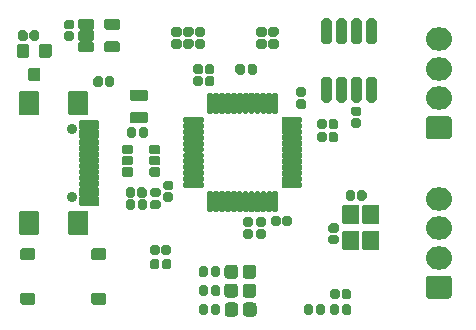
<source format=gts>
%TF.GenerationSoftware,KiCad,Pcbnew,5.1.9*%
%TF.CreationDate,2021-03-09T21:57:36+01:00*%
%TF.ProjectId,can-usb-dongle,63616e2d-7573-4622-9d64-6f6e676c652e,rev?*%
%TF.SameCoordinates,Original*%
%TF.FileFunction,Soldermask,Top*%
%TF.FilePolarity,Negative*%
%FSLAX46Y46*%
G04 Gerber Fmt 4.6, Leading zero omitted, Abs format (unit mm)*
G04 Created by KiCad (PCBNEW 5.1.9) date 2021-03-09 21:57:36*
%MOMM*%
%LPD*%
G01*
G04 APERTURE LIST*
%ADD10C,0.910000*%
%ADD11O,2.210000X1.960000*%
%ADD12C,0.100000*%
G04 APERTURE END LIST*
%TO.C,J3*%
G36*
G01*
X50765000Y-43900000D02*
X52215000Y-43900000D01*
G75*
G02*
X52345000Y-44030000I0J-130000D01*
G01*
X52345000Y-45830000D01*
G75*
G02*
X52215000Y-45960000I-130000J0D01*
G01*
X50765000Y-45960000D01*
G75*
G02*
X50635000Y-45830000I0J130000D01*
G01*
X50635000Y-44030000D01*
G75*
G02*
X50765000Y-43900000I130000J0D01*
G01*
G37*
G36*
G01*
X50765000Y-54040000D02*
X52215000Y-54040000D01*
G75*
G02*
X52345000Y-54170000I0J-130000D01*
G01*
X52345000Y-55970000D01*
G75*
G02*
X52215000Y-56100000I-130000J0D01*
G01*
X50765000Y-56100000D01*
G75*
G02*
X50635000Y-55970000I0J130000D01*
G01*
X50635000Y-54170000D01*
G75*
G02*
X50765000Y-54040000I130000J0D01*
G01*
G37*
G36*
G01*
X46585000Y-43900000D02*
X48035000Y-43900000D01*
G75*
G02*
X48165000Y-44030000I0J-130000D01*
G01*
X48165000Y-45830000D01*
G75*
G02*
X48035000Y-45960000I-130000J0D01*
G01*
X46585000Y-45960000D01*
G75*
G02*
X46455000Y-45830000I0J130000D01*
G01*
X46455000Y-44030000D01*
G75*
G02*
X46585000Y-43900000I130000J0D01*
G01*
G37*
G36*
G01*
X46585000Y-54040000D02*
X48035000Y-54040000D01*
G75*
G02*
X48165000Y-54170000I0J-130000D01*
G01*
X48165000Y-55970000D01*
G75*
G02*
X48035000Y-56100000I-130000J0D01*
G01*
X46585000Y-56100000D01*
G75*
G02*
X46455000Y-55970000I0J130000D01*
G01*
X46455000Y-54170000D01*
G75*
G02*
X46585000Y-54040000I130000J0D01*
G01*
G37*
G36*
G01*
X51674999Y-46345000D02*
X53125001Y-46345000D01*
G75*
G02*
X53255000Y-46474999I0J-129999D01*
G01*
X53255000Y-47075001D01*
G75*
G02*
X53125001Y-47205000I-129999J0D01*
G01*
X51674999Y-47205000D01*
G75*
G02*
X51545000Y-47075001I0J129999D01*
G01*
X51545000Y-46474999D01*
G75*
G02*
X51674999Y-46345000I129999J0D01*
G01*
G37*
G36*
G01*
X51674999Y-47120000D02*
X53125001Y-47120000D01*
G75*
G02*
X53255000Y-47249999I0J-129999D01*
G01*
X53255000Y-47850001D01*
G75*
G02*
X53125001Y-47980000I-129999J0D01*
G01*
X51674999Y-47980000D01*
G75*
G02*
X51545000Y-47850001I0J129999D01*
G01*
X51545000Y-47249999D01*
G75*
G02*
X51674999Y-47120000I129999J0D01*
G01*
G37*
G36*
G01*
X51674999Y-52795000D02*
X53125001Y-52795000D01*
G75*
G02*
X53255000Y-52924999I0J-129999D01*
G01*
X53255000Y-53525001D01*
G75*
G02*
X53125001Y-53655000I-129999J0D01*
G01*
X51674999Y-53655000D01*
G75*
G02*
X51545000Y-53525001I0J129999D01*
G01*
X51545000Y-52924999D01*
G75*
G02*
X51674999Y-52795000I129999J0D01*
G01*
G37*
G36*
G01*
X51674999Y-52020000D02*
X53125001Y-52020000D01*
G75*
G02*
X53255000Y-52149999I0J-129999D01*
G01*
X53255000Y-52750001D01*
G75*
G02*
X53125001Y-52880000I-129999J0D01*
G01*
X51674999Y-52880000D01*
G75*
G02*
X51545000Y-52750001I0J129999D01*
G01*
X51545000Y-52149999D01*
G75*
G02*
X51674999Y-52020000I129999J0D01*
G01*
G37*
G36*
G01*
X51675000Y-47970000D02*
X53125000Y-47970000D01*
G75*
G02*
X53255000Y-48100000I0J-130000D01*
G01*
X53255000Y-48400000D01*
G75*
G02*
X53125000Y-48530000I-130000J0D01*
G01*
X51675000Y-48530000D01*
G75*
G02*
X51545000Y-48400000I0J130000D01*
G01*
X51545000Y-48100000D01*
G75*
G02*
X51675000Y-47970000I130000J0D01*
G01*
G37*
G36*
G01*
X51675000Y-48470000D02*
X53125000Y-48470000D01*
G75*
G02*
X53255000Y-48600000I0J-130000D01*
G01*
X53255000Y-48900000D01*
G75*
G02*
X53125000Y-49030000I-130000J0D01*
G01*
X51675000Y-49030000D01*
G75*
G02*
X51545000Y-48900000I0J130000D01*
G01*
X51545000Y-48600000D01*
G75*
G02*
X51675000Y-48470000I130000J0D01*
G01*
G37*
G36*
G01*
X51675000Y-48970000D02*
X53125000Y-48970000D01*
G75*
G02*
X53255000Y-49100000I0J-130000D01*
G01*
X53255000Y-49400000D01*
G75*
G02*
X53125000Y-49530000I-130000J0D01*
G01*
X51675000Y-49530000D01*
G75*
G02*
X51545000Y-49400000I0J130000D01*
G01*
X51545000Y-49100000D01*
G75*
G02*
X51675000Y-48970000I130000J0D01*
G01*
G37*
G36*
G01*
X51675000Y-49470000D02*
X53125000Y-49470000D01*
G75*
G02*
X53255000Y-49600000I0J-130000D01*
G01*
X53255000Y-49900000D01*
G75*
G02*
X53125000Y-50030000I-130000J0D01*
G01*
X51675000Y-50030000D01*
G75*
G02*
X51545000Y-49900000I0J130000D01*
G01*
X51545000Y-49600000D01*
G75*
G02*
X51675000Y-49470000I130000J0D01*
G01*
G37*
G36*
G01*
X51675000Y-49970000D02*
X53125000Y-49970000D01*
G75*
G02*
X53255000Y-50100000I0J-130000D01*
G01*
X53255000Y-50400000D01*
G75*
G02*
X53125000Y-50530000I-130000J0D01*
G01*
X51675000Y-50530000D01*
G75*
G02*
X51545000Y-50400000I0J130000D01*
G01*
X51545000Y-50100000D01*
G75*
G02*
X51675000Y-49970000I130000J0D01*
G01*
G37*
G36*
G01*
X51675000Y-50470000D02*
X53125000Y-50470000D01*
G75*
G02*
X53255000Y-50600000I0J-130000D01*
G01*
X53255000Y-50900000D01*
G75*
G02*
X53125000Y-51030000I-130000J0D01*
G01*
X51675000Y-51030000D01*
G75*
G02*
X51545000Y-50900000I0J130000D01*
G01*
X51545000Y-50600000D01*
G75*
G02*
X51675000Y-50470000I130000J0D01*
G01*
G37*
G36*
G01*
X51675000Y-50970000D02*
X53125000Y-50970000D01*
G75*
G02*
X53255000Y-51100000I0J-130000D01*
G01*
X53255000Y-51400000D01*
G75*
G02*
X53125000Y-51530000I-130000J0D01*
G01*
X51675000Y-51530000D01*
G75*
G02*
X51545000Y-51400000I0J130000D01*
G01*
X51545000Y-51100000D01*
G75*
G02*
X51675000Y-50970000I130000J0D01*
G01*
G37*
G36*
G01*
X51675000Y-51470000D02*
X53125000Y-51470000D01*
G75*
G02*
X53255000Y-51600000I0J-130000D01*
G01*
X53255000Y-51900000D01*
G75*
G02*
X53125000Y-52030000I-130000J0D01*
G01*
X51675000Y-52030000D01*
G75*
G02*
X51545000Y-51900000I0J130000D01*
G01*
X51545000Y-51600000D01*
G75*
G02*
X51675000Y-51470000I130000J0D01*
G01*
G37*
D10*
X50960000Y-47110000D03*
X50960000Y-52890000D03*
%TD*%
%TO.C,S1*%
G36*
G01*
X53830000Y-61100000D02*
X53830000Y-61850000D01*
G75*
G02*
X53700000Y-61980000I-130000J0D01*
G01*
X52700000Y-61980000D01*
G75*
G02*
X52570000Y-61850000I0J130000D01*
G01*
X52570000Y-61100000D01*
G75*
G02*
X52700000Y-60970000I130000J0D01*
G01*
X53700000Y-60970000D01*
G75*
G02*
X53830000Y-61100000I0J-130000D01*
G01*
G37*
G36*
G01*
X47830000Y-61100000D02*
X47830000Y-61850000D01*
G75*
G02*
X47700000Y-61980000I-130000J0D01*
G01*
X46700000Y-61980000D01*
G75*
G02*
X46570000Y-61850000I0J130000D01*
G01*
X46570000Y-61100000D01*
G75*
G02*
X46700000Y-60970000I130000J0D01*
G01*
X47700000Y-60970000D01*
G75*
G02*
X47830000Y-61100000I0J-130000D01*
G01*
G37*
G36*
G01*
X53830000Y-57350000D02*
X53830000Y-58100000D01*
G75*
G02*
X53700000Y-58230000I-130000J0D01*
G01*
X52700000Y-58230000D01*
G75*
G02*
X52570000Y-58100000I0J130000D01*
G01*
X52570000Y-57350000D01*
G75*
G02*
X52700000Y-57220000I130000J0D01*
G01*
X53700000Y-57220000D01*
G75*
G02*
X53830000Y-57350000I0J-130000D01*
G01*
G37*
G36*
G01*
X47830000Y-57350000D02*
X47830000Y-58100000D01*
G75*
G02*
X47700000Y-58230000I-130000J0D01*
G01*
X46700000Y-58230000D01*
G75*
G02*
X46570000Y-58100000I0J130000D01*
G01*
X46570000Y-57350000D01*
G75*
G02*
X46700000Y-57220000I130000J0D01*
G01*
X47700000Y-57220000D01*
G75*
G02*
X47830000Y-57350000I0J-130000D01*
G01*
G37*
%TD*%
%TO.C,C2*%
G36*
G01*
X57560000Y-57585000D02*
X57560000Y-57115000D01*
G75*
G02*
X57765000Y-56910000I205000J0D01*
G01*
X58175000Y-56910000D01*
G75*
G02*
X58380000Y-57115000I0J-205000D01*
G01*
X58380000Y-57585000D01*
G75*
G02*
X58175000Y-57790000I-205000J0D01*
G01*
X57765000Y-57790000D01*
G75*
G02*
X57560000Y-57585000I0J205000D01*
G01*
G37*
G36*
G01*
X58520000Y-57585000D02*
X58520000Y-57115000D01*
G75*
G02*
X58725000Y-56910000I205000J0D01*
G01*
X59135000Y-56910000D01*
G75*
G02*
X59340000Y-57115000I0J-205000D01*
G01*
X59340000Y-57585000D01*
G75*
G02*
X59135000Y-57790000I-205000J0D01*
G01*
X58725000Y-57790000D01*
G75*
G02*
X58520000Y-57585000I0J205000D01*
G01*
G37*
%TD*%
%TO.C,C10*%
G36*
G01*
X72670000Y-46935000D02*
X72670000Y-46465000D01*
G75*
G02*
X72875000Y-46260000I205000J0D01*
G01*
X73285000Y-46260000D01*
G75*
G02*
X73490000Y-46465000I0J-205000D01*
G01*
X73490000Y-46935000D01*
G75*
G02*
X73285000Y-47140000I-205000J0D01*
G01*
X72875000Y-47140000D01*
G75*
G02*
X72670000Y-46935000I0J205000D01*
G01*
G37*
G36*
G01*
X71710000Y-46935000D02*
X71710000Y-46465000D01*
G75*
G02*
X71915000Y-46260000I205000J0D01*
G01*
X72325000Y-46260000D01*
G75*
G02*
X72530000Y-46465000I0J-205000D01*
G01*
X72530000Y-46935000D01*
G75*
G02*
X72325000Y-47140000I-205000J0D01*
G01*
X71915000Y-47140000D01*
G75*
G02*
X71710000Y-46935000I0J205000D01*
G01*
G37*
%TD*%
%TO.C,R1*%
G36*
G01*
X58340000Y-58300000D02*
X58340000Y-58800000D01*
G75*
G02*
X58140000Y-59000000I-200000J0D01*
G01*
X57740000Y-59000000D01*
G75*
G02*
X57540000Y-58800000I0J200000D01*
G01*
X57540000Y-58300000D01*
G75*
G02*
X57740000Y-58100000I200000J0D01*
G01*
X58140000Y-58100000D01*
G75*
G02*
X58340000Y-58300000I0J-200000D01*
G01*
G37*
G36*
G01*
X59360000Y-58300000D02*
X59360000Y-58800000D01*
G75*
G02*
X59160000Y-59000000I-200000J0D01*
G01*
X58760000Y-59000000D01*
G75*
G02*
X58560000Y-58800000I0J200000D01*
G01*
X58560000Y-58300000D01*
G75*
G02*
X58760000Y-58100000I200000J0D01*
G01*
X59160000Y-58100000D01*
G75*
G02*
X59360000Y-58300000I0J-200000D01*
G01*
G37*
%TD*%
%TO.C,C9*%
G36*
G01*
X71710000Y-48035000D02*
X71710000Y-47565000D01*
G75*
G02*
X71915000Y-47360000I205000J0D01*
G01*
X72325000Y-47360000D01*
G75*
G02*
X72530000Y-47565000I0J-205000D01*
G01*
X72530000Y-48035000D01*
G75*
G02*
X72325000Y-48240000I-205000J0D01*
G01*
X71915000Y-48240000D01*
G75*
G02*
X71710000Y-48035000I0J205000D01*
G01*
G37*
G36*
G01*
X72670000Y-48035000D02*
X72670000Y-47565000D01*
G75*
G02*
X72875000Y-47360000I205000J0D01*
G01*
X73285000Y-47360000D01*
G75*
G02*
X73490000Y-47565000I0J-205000D01*
G01*
X73490000Y-48035000D01*
G75*
G02*
X73285000Y-48240000I-205000J0D01*
G01*
X72875000Y-48240000D01*
G75*
G02*
X72670000Y-48035000I0J205000D01*
G01*
G37*
%TD*%
%TO.C,F1*%
G36*
G01*
X55949999Y-43770000D02*
X57250001Y-43770000D01*
G75*
G02*
X57380000Y-43899999I0J-129999D01*
G01*
X57380000Y-44600001D01*
G75*
G02*
X57250001Y-44730000I-129999J0D01*
G01*
X55949999Y-44730000D01*
G75*
G02*
X55820000Y-44600001I0J129999D01*
G01*
X55820000Y-43899999D01*
G75*
G02*
X55949999Y-43770000I129999J0D01*
G01*
G37*
G36*
G01*
X55949999Y-45670000D02*
X57250001Y-45670000D01*
G75*
G02*
X57380000Y-45799999I0J-129999D01*
G01*
X57380000Y-46500001D01*
G75*
G02*
X57250001Y-46630000I-129999J0D01*
G01*
X55949999Y-46630000D01*
G75*
G02*
X55820000Y-46500001I0J129999D01*
G01*
X55820000Y-45799999D01*
G75*
G02*
X55949999Y-45670000I129999J0D01*
G01*
G37*
%TD*%
%TO.C,C1*%
G36*
G01*
X73335000Y-55910000D02*
X72865000Y-55910000D01*
G75*
G02*
X72660000Y-55705000I0J205000D01*
G01*
X72660000Y-55295000D01*
G75*
G02*
X72865000Y-55090000I205000J0D01*
G01*
X73335000Y-55090000D01*
G75*
G02*
X73540000Y-55295000I0J-205000D01*
G01*
X73540000Y-55705000D01*
G75*
G02*
X73335000Y-55910000I-205000J0D01*
G01*
G37*
G36*
G01*
X73335000Y-56870000D02*
X72865000Y-56870000D01*
G75*
G02*
X72660000Y-56665000I0J205000D01*
G01*
X72660000Y-56255000D01*
G75*
G02*
X72865000Y-56050000I205000J0D01*
G01*
X73335000Y-56050000D01*
G75*
G02*
X73540000Y-56255000I0J-205000D01*
G01*
X73540000Y-56665000D01*
G75*
G02*
X73335000Y-56870000I-205000J0D01*
G01*
G37*
%TD*%
%TO.C,C3*%
G36*
G01*
X63010000Y-41815000D02*
X63010000Y-42285000D01*
G75*
G02*
X62805000Y-42490000I-205000J0D01*
G01*
X62395000Y-42490000D01*
G75*
G02*
X62190000Y-42285000I0J205000D01*
G01*
X62190000Y-41815000D01*
G75*
G02*
X62395000Y-41610000I205000J0D01*
G01*
X62805000Y-41610000D01*
G75*
G02*
X63010000Y-41815000I0J-205000D01*
G01*
G37*
G36*
G01*
X62050000Y-41815000D02*
X62050000Y-42285000D01*
G75*
G02*
X61845000Y-42490000I-205000J0D01*
G01*
X61435000Y-42490000D01*
G75*
G02*
X61230000Y-42285000I0J205000D01*
G01*
X61230000Y-41815000D01*
G75*
G02*
X61435000Y-41610000I205000J0D01*
G01*
X61845000Y-41610000D01*
G75*
G02*
X62050000Y-41815000I0J-205000D01*
G01*
G37*
%TD*%
%TO.C,C4*%
G36*
G01*
X75890000Y-52515000D02*
X75890000Y-52985000D01*
G75*
G02*
X75685000Y-53190000I-205000J0D01*
G01*
X75275000Y-53190000D01*
G75*
G02*
X75070000Y-52985000I0J205000D01*
G01*
X75070000Y-52515000D01*
G75*
G02*
X75275000Y-52310000I205000J0D01*
G01*
X75685000Y-52310000D01*
G75*
G02*
X75890000Y-52515000I0J-205000D01*
G01*
G37*
G36*
G01*
X74930000Y-52515000D02*
X74930000Y-52985000D01*
G75*
G02*
X74725000Y-53190000I-205000J0D01*
G01*
X74315000Y-53190000D01*
G75*
G02*
X74110000Y-52985000I0J205000D01*
G01*
X74110000Y-52515000D01*
G75*
G02*
X74315000Y-52310000I205000J0D01*
G01*
X74725000Y-52310000D01*
G75*
G02*
X74930000Y-52515000I0J-205000D01*
G01*
G37*
%TD*%
%TO.C,C5*%
G36*
G01*
X62050000Y-42815000D02*
X62050000Y-43285000D01*
G75*
G02*
X61845000Y-43490000I-205000J0D01*
G01*
X61435000Y-43490000D01*
G75*
G02*
X61230000Y-43285000I0J205000D01*
G01*
X61230000Y-42815000D01*
G75*
G02*
X61435000Y-42610000I205000J0D01*
G01*
X61845000Y-42610000D01*
G75*
G02*
X62050000Y-42815000I0J-205000D01*
G01*
G37*
G36*
G01*
X63010000Y-42815000D02*
X63010000Y-43285000D01*
G75*
G02*
X62805000Y-43490000I-205000J0D01*
G01*
X62395000Y-43490000D01*
G75*
G02*
X62190000Y-43285000I0J205000D01*
G01*
X62190000Y-42815000D01*
G75*
G02*
X62395000Y-42610000I205000J0D01*
G01*
X62805000Y-42610000D01*
G75*
G02*
X63010000Y-42815000I0J-205000D01*
G01*
G37*
%TD*%
%TO.C,C6*%
G36*
G01*
X59335000Y-53270000D02*
X58865000Y-53270000D01*
G75*
G02*
X58660000Y-53065000I0J205000D01*
G01*
X58660000Y-52655000D01*
G75*
G02*
X58865000Y-52450000I205000J0D01*
G01*
X59335000Y-52450000D01*
G75*
G02*
X59540000Y-52655000I0J-205000D01*
G01*
X59540000Y-53065000D01*
G75*
G02*
X59335000Y-53270000I-205000J0D01*
G01*
G37*
G36*
G01*
X59335000Y-52310000D02*
X58865000Y-52310000D01*
G75*
G02*
X58660000Y-52105000I0J205000D01*
G01*
X58660000Y-51695000D01*
G75*
G02*
X58865000Y-51490000I205000J0D01*
G01*
X59335000Y-51490000D01*
G75*
G02*
X59540000Y-51695000I0J-205000D01*
G01*
X59540000Y-52105000D01*
G75*
G02*
X59335000Y-52310000I-205000J0D01*
G01*
G37*
%TD*%
%TO.C,C7*%
G36*
G01*
X68750000Y-55135000D02*
X68750000Y-54665000D01*
G75*
G02*
X68955000Y-54460000I205000J0D01*
G01*
X69365000Y-54460000D01*
G75*
G02*
X69570000Y-54665000I0J-205000D01*
G01*
X69570000Y-55135000D01*
G75*
G02*
X69365000Y-55340000I-205000J0D01*
G01*
X68955000Y-55340000D01*
G75*
G02*
X68750000Y-55135000I0J205000D01*
G01*
G37*
G36*
G01*
X67790000Y-55135000D02*
X67790000Y-54665000D01*
G75*
G02*
X67995000Y-54460000I205000J0D01*
G01*
X68405000Y-54460000D01*
G75*
G02*
X68610000Y-54665000I0J-205000D01*
G01*
X68610000Y-55135000D01*
G75*
G02*
X68405000Y-55340000I-205000J0D01*
G01*
X67995000Y-55340000D01*
G75*
G02*
X67790000Y-55135000I0J205000D01*
G01*
G37*
%TD*%
%TO.C,C8*%
G36*
G01*
X73630000Y-60865000D02*
X73630000Y-61335000D01*
G75*
G02*
X73425000Y-61540000I-205000J0D01*
G01*
X73015000Y-61540000D01*
G75*
G02*
X72810000Y-61335000I0J205000D01*
G01*
X72810000Y-60865000D01*
G75*
G02*
X73015000Y-60660000I205000J0D01*
G01*
X73425000Y-60660000D01*
G75*
G02*
X73630000Y-60865000I0J-205000D01*
G01*
G37*
G36*
G01*
X74590000Y-60865000D02*
X74590000Y-61335000D01*
G75*
G02*
X74385000Y-61540000I-205000J0D01*
G01*
X73975000Y-61540000D01*
G75*
G02*
X73770000Y-61335000I0J205000D01*
G01*
X73770000Y-60865000D01*
G75*
G02*
X73975000Y-60660000I205000J0D01*
G01*
X74385000Y-60660000D01*
G75*
G02*
X74590000Y-60865000I0J-205000D01*
G01*
G37*
%TD*%
%TO.C,C11*%
G36*
G01*
X53580000Y-42865000D02*
X53580000Y-43335000D01*
G75*
G02*
X53375000Y-43540000I-205000J0D01*
G01*
X52965000Y-43540000D01*
G75*
G02*
X52760000Y-43335000I0J205000D01*
G01*
X52760000Y-42865000D01*
G75*
G02*
X52965000Y-42660000I205000J0D01*
G01*
X53375000Y-42660000D01*
G75*
G02*
X53580000Y-42865000I0J-205000D01*
G01*
G37*
G36*
G01*
X54540000Y-42865000D02*
X54540000Y-43335000D01*
G75*
G02*
X54335000Y-43540000I-205000J0D01*
G01*
X53925000Y-43540000D01*
G75*
G02*
X53720000Y-43335000I0J205000D01*
G01*
X53720000Y-42865000D01*
G75*
G02*
X53925000Y-42660000I205000J0D01*
G01*
X54335000Y-42660000D01*
G75*
G02*
X54540000Y-42865000I0J-205000D01*
G01*
G37*
%TD*%
%TO.C,C12*%
G36*
G01*
X46390000Y-39435000D02*
X46390000Y-38965000D01*
G75*
G02*
X46595000Y-38760000I205000J0D01*
G01*
X47005000Y-38760000D01*
G75*
G02*
X47210000Y-38965000I0J-205000D01*
G01*
X47210000Y-39435000D01*
G75*
G02*
X47005000Y-39640000I-205000J0D01*
G01*
X46595000Y-39640000D01*
G75*
G02*
X46390000Y-39435000I0J205000D01*
G01*
G37*
G36*
G01*
X47350000Y-39435000D02*
X47350000Y-38965000D01*
G75*
G02*
X47555000Y-38760000I205000J0D01*
G01*
X47965000Y-38760000D01*
G75*
G02*
X48170000Y-38965000I0J-205000D01*
G01*
X48170000Y-39435000D01*
G75*
G02*
X47965000Y-39640000I-205000J0D01*
G01*
X47555000Y-39640000D01*
G75*
G02*
X47350000Y-39435000I0J205000D01*
G01*
G37*
%TD*%
%TO.C,C13*%
G36*
G01*
X50465000Y-37860000D02*
X50935000Y-37860000D01*
G75*
G02*
X51140000Y-38065000I0J-205000D01*
G01*
X51140000Y-38475000D01*
G75*
G02*
X50935000Y-38680000I-205000J0D01*
G01*
X50465000Y-38680000D01*
G75*
G02*
X50260000Y-38475000I0J205000D01*
G01*
X50260000Y-38065000D01*
G75*
G02*
X50465000Y-37860000I205000J0D01*
G01*
G37*
G36*
G01*
X50465000Y-38820000D02*
X50935000Y-38820000D01*
G75*
G02*
X51140000Y-39025000I0J-205000D01*
G01*
X51140000Y-39435000D01*
G75*
G02*
X50935000Y-39640000I-205000J0D01*
G01*
X50465000Y-39640000D01*
G75*
G02*
X50260000Y-39435000I0J205000D01*
G01*
X50260000Y-39025000D01*
G75*
G02*
X50465000Y-38820000I205000J0D01*
G01*
G37*
%TD*%
%TO.C,C14*%
G36*
G01*
X56450000Y-52735000D02*
X56450000Y-52265000D01*
G75*
G02*
X56655000Y-52060000I205000J0D01*
G01*
X57065000Y-52060000D01*
G75*
G02*
X57270000Y-52265000I0J-205000D01*
G01*
X57270000Y-52735000D01*
G75*
G02*
X57065000Y-52940000I-205000J0D01*
G01*
X56655000Y-52940000D01*
G75*
G02*
X56450000Y-52735000I0J205000D01*
G01*
G37*
G36*
G01*
X55490000Y-52735000D02*
X55490000Y-52265000D01*
G75*
G02*
X55695000Y-52060000I205000J0D01*
G01*
X56105000Y-52060000D01*
G75*
G02*
X56310000Y-52265000I0J-205000D01*
G01*
X56310000Y-52735000D01*
G75*
G02*
X56105000Y-52940000I-205000J0D01*
G01*
X55695000Y-52940000D01*
G75*
G02*
X55490000Y-52735000I0J205000D01*
G01*
G37*
%TD*%
%TO.C,D1*%
G36*
G01*
X66555000Y-58885000D02*
X66555000Y-59515000D01*
G75*
G02*
X66265000Y-59805000I-290000J0D01*
G01*
X65685000Y-59805000D01*
G75*
G02*
X65395000Y-59515000I0J290000D01*
G01*
X65395000Y-58885000D01*
G75*
G02*
X65685000Y-58595000I290000J0D01*
G01*
X66265000Y-58595000D01*
G75*
G02*
X66555000Y-58885000I0J-290000D01*
G01*
G37*
G36*
G01*
X65005000Y-58885000D02*
X65005000Y-59515000D01*
G75*
G02*
X64715000Y-59805000I-290000J0D01*
G01*
X64135000Y-59805000D01*
G75*
G02*
X63845000Y-59515000I0J290000D01*
G01*
X63845000Y-58885000D01*
G75*
G02*
X64135000Y-58595000I290000J0D01*
G01*
X64715000Y-58595000D01*
G75*
G02*
X65005000Y-58885000I0J-290000D01*
G01*
G37*
%TD*%
%TO.C,D2*%
G36*
G01*
X65005000Y-60485000D02*
X65005000Y-61115000D01*
G75*
G02*
X64715000Y-61405000I-290000J0D01*
G01*
X64135000Y-61405000D01*
G75*
G02*
X63845000Y-61115000I0J290000D01*
G01*
X63845000Y-60485000D01*
G75*
G02*
X64135000Y-60195000I290000J0D01*
G01*
X64715000Y-60195000D01*
G75*
G02*
X65005000Y-60485000I0J-290000D01*
G01*
G37*
G36*
G01*
X66555000Y-60485000D02*
X66555000Y-61115000D01*
G75*
G02*
X66265000Y-61405000I-290000J0D01*
G01*
X65685000Y-61405000D01*
G75*
G02*
X65395000Y-61115000I0J290000D01*
G01*
X65395000Y-60485000D01*
G75*
G02*
X65685000Y-60195000I290000J0D01*
G01*
X66265000Y-60195000D01*
G75*
G02*
X66555000Y-60485000I0J-290000D01*
G01*
G37*
%TD*%
%TO.C,D3*%
G36*
G01*
X66580000Y-62085000D02*
X66580000Y-62715000D01*
G75*
G02*
X66290000Y-63005000I-290000J0D01*
G01*
X65710000Y-63005000D01*
G75*
G02*
X65420000Y-62715000I0J290000D01*
G01*
X65420000Y-62085000D01*
G75*
G02*
X65710000Y-61795000I290000J0D01*
G01*
X66290000Y-61795000D01*
G75*
G02*
X66580000Y-62085000I0J-290000D01*
G01*
G37*
G36*
G01*
X65030000Y-62085000D02*
X65030000Y-62715000D01*
G75*
G02*
X64740000Y-63005000I-290000J0D01*
G01*
X64160000Y-63005000D01*
G75*
G02*
X63870000Y-62715000I0J290000D01*
G01*
X63870000Y-62085000D01*
G75*
G02*
X64160000Y-61795000I290000J0D01*
G01*
X64740000Y-61795000D01*
G75*
G02*
X65030000Y-62085000I0J-290000D01*
G01*
G37*
%TD*%
%TO.C,R2*%
G36*
G01*
X73590000Y-62150000D02*
X73590000Y-62650000D01*
G75*
G02*
X73390000Y-62850000I-200000J0D01*
G01*
X72990000Y-62850000D01*
G75*
G02*
X72790000Y-62650000I0J200000D01*
G01*
X72790000Y-62150000D01*
G75*
G02*
X72990000Y-61950000I200000J0D01*
G01*
X73390000Y-61950000D01*
G75*
G02*
X73590000Y-62150000I0J-200000D01*
G01*
G37*
G36*
G01*
X74610000Y-62150000D02*
X74610000Y-62650000D01*
G75*
G02*
X74410000Y-62850000I-200000J0D01*
G01*
X74010000Y-62850000D01*
G75*
G02*
X73810000Y-62650000I0J200000D01*
G01*
X73810000Y-62150000D01*
G75*
G02*
X74010000Y-61950000I200000J0D01*
G01*
X74410000Y-61950000D01*
G75*
G02*
X74610000Y-62150000I0J-200000D01*
G01*
G37*
%TD*%
%TO.C,R3*%
G36*
G01*
X72400000Y-62150000D02*
X72400000Y-62650000D01*
G75*
G02*
X72200000Y-62850000I-200000J0D01*
G01*
X71800000Y-62850000D01*
G75*
G02*
X71600000Y-62650000I0J200000D01*
G01*
X71600000Y-62150000D01*
G75*
G02*
X71800000Y-61950000I200000J0D01*
G01*
X72200000Y-61950000D01*
G75*
G02*
X72400000Y-62150000I0J-200000D01*
G01*
G37*
G36*
G01*
X71380000Y-62150000D02*
X71380000Y-62650000D01*
G75*
G02*
X71180000Y-62850000I-200000J0D01*
G01*
X70780000Y-62850000D01*
G75*
G02*
X70580000Y-62650000I0J200000D01*
G01*
X70580000Y-62150000D01*
G75*
G02*
X70780000Y-61950000I200000J0D01*
G01*
X71180000Y-61950000D01*
G75*
G02*
X71380000Y-62150000I0J-200000D01*
G01*
G37*
%TD*%
%TO.C,R4*%
G36*
G01*
X62700000Y-59450000D02*
X62700000Y-58950000D01*
G75*
G02*
X62900000Y-58750000I200000J0D01*
G01*
X63300000Y-58750000D01*
G75*
G02*
X63500000Y-58950000I0J-200000D01*
G01*
X63500000Y-59450000D01*
G75*
G02*
X63300000Y-59650000I-200000J0D01*
G01*
X62900000Y-59650000D01*
G75*
G02*
X62700000Y-59450000I0J200000D01*
G01*
G37*
G36*
G01*
X61680000Y-59450000D02*
X61680000Y-58950000D01*
G75*
G02*
X61880000Y-58750000I200000J0D01*
G01*
X62280000Y-58750000D01*
G75*
G02*
X62480000Y-58950000I0J-200000D01*
G01*
X62480000Y-59450000D01*
G75*
G02*
X62280000Y-59650000I-200000J0D01*
G01*
X61880000Y-59650000D01*
G75*
G02*
X61680000Y-59450000I0J200000D01*
G01*
G37*
%TD*%
%TO.C,R5*%
G36*
G01*
X62710000Y-61050000D02*
X62710000Y-60550000D01*
G75*
G02*
X62910000Y-60350000I200000J0D01*
G01*
X63310000Y-60350000D01*
G75*
G02*
X63510000Y-60550000I0J-200000D01*
G01*
X63510000Y-61050000D01*
G75*
G02*
X63310000Y-61250000I-200000J0D01*
G01*
X62910000Y-61250000D01*
G75*
G02*
X62710000Y-61050000I0J200000D01*
G01*
G37*
G36*
G01*
X61690000Y-61050000D02*
X61690000Y-60550000D01*
G75*
G02*
X61890000Y-60350000I200000J0D01*
G01*
X62290000Y-60350000D01*
G75*
G02*
X62490000Y-60550000I0J-200000D01*
G01*
X62490000Y-61050000D01*
G75*
G02*
X62290000Y-61250000I-200000J0D01*
G01*
X61890000Y-61250000D01*
G75*
G02*
X61690000Y-61050000I0J200000D01*
G01*
G37*
%TD*%
%TO.C,R6*%
G36*
G01*
X61690000Y-62650000D02*
X61690000Y-62150000D01*
G75*
G02*
X61890000Y-61950000I200000J0D01*
G01*
X62290000Y-61950000D01*
G75*
G02*
X62490000Y-62150000I0J-200000D01*
G01*
X62490000Y-62650000D01*
G75*
G02*
X62290000Y-62850000I-200000J0D01*
G01*
X61890000Y-62850000D01*
G75*
G02*
X61690000Y-62650000I0J200000D01*
G01*
G37*
G36*
G01*
X62710000Y-62650000D02*
X62710000Y-62150000D01*
G75*
G02*
X62910000Y-61950000I200000J0D01*
G01*
X63310000Y-61950000D01*
G75*
G02*
X63510000Y-62150000I0J-200000D01*
G01*
X63510000Y-62650000D01*
G75*
G02*
X63310000Y-62850000I-200000J0D01*
G01*
X62910000Y-62850000D01*
G75*
G02*
X62710000Y-62650000I0J200000D01*
G01*
G37*
%TD*%
%TO.C,R7*%
G36*
G01*
X66610000Y-41800000D02*
X66610000Y-42300000D01*
G75*
G02*
X66410000Y-42500000I-200000J0D01*
G01*
X66010000Y-42500000D01*
G75*
G02*
X65810000Y-42300000I0J200000D01*
G01*
X65810000Y-41800000D01*
G75*
G02*
X66010000Y-41600000I200000J0D01*
G01*
X66410000Y-41600000D01*
G75*
G02*
X66610000Y-41800000I0J-200000D01*
G01*
G37*
G36*
G01*
X65590000Y-41800000D02*
X65590000Y-42300000D01*
G75*
G02*
X65390000Y-42500000I-200000J0D01*
G01*
X64990000Y-42500000D01*
G75*
G02*
X64790000Y-42300000I0J200000D01*
G01*
X64790000Y-41800000D01*
G75*
G02*
X64990000Y-41600000I200000J0D01*
G01*
X65390000Y-41600000D01*
G75*
G02*
X65590000Y-41800000I0J-200000D01*
G01*
G37*
%TD*%
%TO.C,R8*%
G36*
G01*
X70600000Y-45410000D02*
X70100000Y-45410000D01*
G75*
G02*
X69900000Y-45210000I0J200000D01*
G01*
X69900000Y-44810000D01*
G75*
G02*
X70100000Y-44610000I200000J0D01*
G01*
X70600000Y-44610000D01*
G75*
G02*
X70800000Y-44810000I0J-200000D01*
G01*
X70800000Y-45210000D01*
G75*
G02*
X70600000Y-45410000I-200000J0D01*
G01*
G37*
G36*
G01*
X70600000Y-44390000D02*
X70100000Y-44390000D01*
G75*
G02*
X69900000Y-44190000I0J200000D01*
G01*
X69900000Y-43790000D01*
G75*
G02*
X70100000Y-43590000I200000J0D01*
G01*
X70600000Y-43590000D01*
G75*
G02*
X70800000Y-43790000I0J-200000D01*
G01*
X70800000Y-44190000D01*
G75*
G02*
X70600000Y-44390000I-200000J0D01*
G01*
G37*
%TD*%
%TO.C,R9*%
G36*
G01*
X66700000Y-55610000D02*
X67200000Y-55610000D01*
G75*
G02*
X67400000Y-55810000I0J-200000D01*
G01*
X67400000Y-56210000D01*
G75*
G02*
X67200000Y-56410000I-200000J0D01*
G01*
X66700000Y-56410000D01*
G75*
G02*
X66500000Y-56210000I0J200000D01*
G01*
X66500000Y-55810000D01*
G75*
G02*
X66700000Y-55610000I200000J0D01*
G01*
G37*
G36*
G01*
X66700000Y-54590000D02*
X67200000Y-54590000D01*
G75*
G02*
X67400000Y-54790000I0J-200000D01*
G01*
X67400000Y-55190000D01*
G75*
G02*
X67200000Y-55390000I-200000J0D01*
G01*
X66700000Y-55390000D01*
G75*
G02*
X66500000Y-55190000I0J200000D01*
G01*
X66500000Y-54790000D01*
G75*
G02*
X66700000Y-54590000I200000J0D01*
G01*
G37*
%TD*%
%TO.C,R10*%
G36*
G01*
X65600000Y-54590000D02*
X66100000Y-54590000D01*
G75*
G02*
X66300000Y-54790000I0J-200000D01*
G01*
X66300000Y-55190000D01*
G75*
G02*
X66100000Y-55390000I-200000J0D01*
G01*
X65600000Y-55390000D01*
G75*
G02*
X65400000Y-55190000I0J200000D01*
G01*
X65400000Y-54790000D01*
G75*
G02*
X65600000Y-54590000I200000J0D01*
G01*
G37*
G36*
G01*
X65600000Y-55610000D02*
X66100000Y-55610000D01*
G75*
G02*
X66300000Y-55810000I0J-200000D01*
G01*
X66300000Y-56210000D01*
G75*
G02*
X66100000Y-56410000I-200000J0D01*
G01*
X65600000Y-56410000D01*
G75*
G02*
X65400000Y-56210000I0J200000D01*
G01*
X65400000Y-55810000D01*
G75*
G02*
X65600000Y-55610000I200000J0D01*
G01*
G37*
%TD*%
%TO.C,R11*%
G36*
G01*
X57750000Y-53110000D02*
X58250000Y-53110000D01*
G75*
G02*
X58450000Y-53310000I0J-200000D01*
G01*
X58450000Y-53710000D01*
G75*
G02*
X58250000Y-53910000I-200000J0D01*
G01*
X57750000Y-53910000D01*
G75*
G02*
X57550000Y-53710000I0J200000D01*
G01*
X57550000Y-53310000D01*
G75*
G02*
X57750000Y-53110000I200000J0D01*
G01*
G37*
G36*
G01*
X57750000Y-52090000D02*
X58250000Y-52090000D01*
G75*
G02*
X58450000Y-52290000I0J-200000D01*
G01*
X58450000Y-52690000D01*
G75*
G02*
X58250000Y-52890000I-200000J0D01*
G01*
X57750000Y-52890000D01*
G75*
G02*
X57550000Y-52690000I0J200000D01*
G01*
X57550000Y-52290000D01*
G75*
G02*
X57750000Y-52090000I200000J0D01*
G01*
G37*
%TD*%
%TO.C,R12*%
G36*
G01*
X55590000Y-47650000D02*
X55590000Y-47150000D01*
G75*
G02*
X55790000Y-46950000I200000J0D01*
G01*
X56190000Y-46950000D01*
G75*
G02*
X56390000Y-47150000I0J-200000D01*
G01*
X56390000Y-47650000D01*
G75*
G02*
X56190000Y-47850000I-200000J0D01*
G01*
X55790000Y-47850000D01*
G75*
G02*
X55590000Y-47650000I0J200000D01*
G01*
G37*
G36*
G01*
X56610000Y-47650000D02*
X56610000Y-47150000D01*
G75*
G02*
X56810000Y-46950000I200000J0D01*
G01*
X57210000Y-46950000D01*
G75*
G02*
X57410000Y-47150000I0J-200000D01*
G01*
X57410000Y-47650000D01*
G75*
G02*
X57210000Y-47850000I-200000J0D01*
G01*
X56810000Y-47850000D01*
G75*
G02*
X56610000Y-47650000I0J200000D01*
G01*
G37*
%TD*%
%TO.C,R13*%
G36*
G01*
X55490000Y-53750000D02*
X55490000Y-53250000D01*
G75*
G02*
X55690000Y-53050000I200000J0D01*
G01*
X56090000Y-53050000D01*
G75*
G02*
X56290000Y-53250000I0J-200000D01*
G01*
X56290000Y-53750000D01*
G75*
G02*
X56090000Y-53950000I-200000J0D01*
G01*
X55690000Y-53950000D01*
G75*
G02*
X55490000Y-53750000I0J200000D01*
G01*
G37*
G36*
G01*
X56510000Y-53750000D02*
X56510000Y-53250000D01*
G75*
G02*
X56710000Y-53050000I200000J0D01*
G01*
X57110000Y-53050000D01*
G75*
G02*
X57310000Y-53250000I0J-200000D01*
G01*
X57310000Y-53750000D01*
G75*
G02*
X57110000Y-53950000I-200000J0D01*
G01*
X56710000Y-53950000D01*
G75*
G02*
X56510000Y-53750000I0J200000D01*
G01*
G37*
%TD*%
%TO.C,U1*%
G36*
G01*
X70430000Y-51710000D02*
X70430000Y-51990000D01*
G75*
G02*
X70290000Y-52130000I-140000J0D01*
G01*
X68835000Y-52130000D01*
G75*
G02*
X68695000Y-51990000I0J140000D01*
G01*
X68695000Y-51710000D01*
G75*
G02*
X68835000Y-51570000I140000J0D01*
G01*
X70290000Y-51570000D01*
G75*
G02*
X70430000Y-51710000I0J-140000D01*
G01*
G37*
G36*
G01*
X70430000Y-51210000D02*
X70430000Y-51490000D01*
G75*
G02*
X70290000Y-51630000I-140000J0D01*
G01*
X68835000Y-51630000D01*
G75*
G02*
X68695000Y-51490000I0J140000D01*
G01*
X68695000Y-51210000D01*
G75*
G02*
X68835000Y-51070000I140000J0D01*
G01*
X70290000Y-51070000D01*
G75*
G02*
X70430000Y-51210000I0J-140000D01*
G01*
G37*
G36*
G01*
X70430000Y-50710000D02*
X70430000Y-50990000D01*
G75*
G02*
X70290000Y-51130000I-140000J0D01*
G01*
X68835000Y-51130000D01*
G75*
G02*
X68695000Y-50990000I0J140000D01*
G01*
X68695000Y-50710000D01*
G75*
G02*
X68835000Y-50570000I140000J0D01*
G01*
X70290000Y-50570000D01*
G75*
G02*
X70430000Y-50710000I0J-140000D01*
G01*
G37*
G36*
G01*
X70430000Y-50210000D02*
X70430000Y-50490000D01*
G75*
G02*
X70290000Y-50630000I-140000J0D01*
G01*
X68835000Y-50630000D01*
G75*
G02*
X68695000Y-50490000I0J140000D01*
G01*
X68695000Y-50210000D01*
G75*
G02*
X68835000Y-50070000I140000J0D01*
G01*
X70290000Y-50070000D01*
G75*
G02*
X70430000Y-50210000I0J-140000D01*
G01*
G37*
G36*
G01*
X70430000Y-49710000D02*
X70430000Y-49990000D01*
G75*
G02*
X70290000Y-50130000I-140000J0D01*
G01*
X68835000Y-50130000D01*
G75*
G02*
X68695000Y-49990000I0J140000D01*
G01*
X68695000Y-49710000D01*
G75*
G02*
X68835000Y-49570000I140000J0D01*
G01*
X70290000Y-49570000D01*
G75*
G02*
X70430000Y-49710000I0J-140000D01*
G01*
G37*
G36*
G01*
X70430000Y-49210000D02*
X70430000Y-49490000D01*
G75*
G02*
X70290000Y-49630000I-140000J0D01*
G01*
X68835000Y-49630000D01*
G75*
G02*
X68695000Y-49490000I0J140000D01*
G01*
X68695000Y-49210000D01*
G75*
G02*
X68835000Y-49070000I140000J0D01*
G01*
X70290000Y-49070000D01*
G75*
G02*
X70430000Y-49210000I0J-140000D01*
G01*
G37*
G36*
G01*
X70430000Y-48710000D02*
X70430000Y-48990000D01*
G75*
G02*
X70290000Y-49130000I-140000J0D01*
G01*
X68835000Y-49130000D01*
G75*
G02*
X68695000Y-48990000I0J140000D01*
G01*
X68695000Y-48710000D01*
G75*
G02*
X68835000Y-48570000I140000J0D01*
G01*
X70290000Y-48570000D01*
G75*
G02*
X70430000Y-48710000I0J-140000D01*
G01*
G37*
G36*
G01*
X70430000Y-48210000D02*
X70430000Y-48490000D01*
G75*
G02*
X70290000Y-48630000I-140000J0D01*
G01*
X68835000Y-48630000D01*
G75*
G02*
X68695000Y-48490000I0J140000D01*
G01*
X68695000Y-48210000D01*
G75*
G02*
X68835000Y-48070000I140000J0D01*
G01*
X70290000Y-48070000D01*
G75*
G02*
X70430000Y-48210000I0J-140000D01*
G01*
G37*
G36*
G01*
X70430000Y-47710000D02*
X70430000Y-47990000D01*
G75*
G02*
X70290000Y-48130000I-140000J0D01*
G01*
X68835000Y-48130000D01*
G75*
G02*
X68695000Y-47990000I0J140000D01*
G01*
X68695000Y-47710000D01*
G75*
G02*
X68835000Y-47570000I140000J0D01*
G01*
X70290000Y-47570000D01*
G75*
G02*
X70430000Y-47710000I0J-140000D01*
G01*
G37*
G36*
G01*
X70430000Y-47210000D02*
X70430000Y-47490000D01*
G75*
G02*
X70290000Y-47630000I-140000J0D01*
G01*
X68835000Y-47630000D01*
G75*
G02*
X68695000Y-47490000I0J140000D01*
G01*
X68695000Y-47210000D01*
G75*
G02*
X68835000Y-47070000I140000J0D01*
G01*
X70290000Y-47070000D01*
G75*
G02*
X70430000Y-47210000I0J-140000D01*
G01*
G37*
G36*
G01*
X70430000Y-46710000D02*
X70430000Y-46990000D01*
G75*
G02*
X70290000Y-47130000I-140000J0D01*
G01*
X68835000Y-47130000D01*
G75*
G02*
X68695000Y-46990000I0J140000D01*
G01*
X68695000Y-46710000D01*
G75*
G02*
X68835000Y-46570000I140000J0D01*
G01*
X70290000Y-46570000D01*
G75*
G02*
X70430000Y-46710000I0J-140000D01*
G01*
G37*
G36*
G01*
X70430000Y-46210000D02*
X70430000Y-46490000D01*
G75*
G02*
X70290000Y-46630000I-140000J0D01*
G01*
X68835000Y-46630000D01*
G75*
G02*
X68695000Y-46490000I0J140000D01*
G01*
X68695000Y-46210000D01*
G75*
G02*
X68835000Y-46070000I140000J0D01*
G01*
X70290000Y-46070000D01*
G75*
G02*
X70430000Y-46210000I0J-140000D01*
G01*
G37*
G36*
G01*
X68430000Y-44210000D02*
X68430000Y-45665000D01*
G75*
G02*
X68290000Y-45805000I-140000J0D01*
G01*
X68010000Y-45805000D01*
G75*
G02*
X67870000Y-45665000I0J140000D01*
G01*
X67870000Y-44210000D01*
G75*
G02*
X68010000Y-44070000I140000J0D01*
G01*
X68290000Y-44070000D01*
G75*
G02*
X68430000Y-44210000I0J-140000D01*
G01*
G37*
G36*
G01*
X67930000Y-44210000D02*
X67930000Y-45665000D01*
G75*
G02*
X67790000Y-45805000I-140000J0D01*
G01*
X67510000Y-45805000D01*
G75*
G02*
X67370000Y-45665000I0J140000D01*
G01*
X67370000Y-44210000D01*
G75*
G02*
X67510000Y-44070000I140000J0D01*
G01*
X67790000Y-44070000D01*
G75*
G02*
X67930000Y-44210000I0J-140000D01*
G01*
G37*
G36*
G01*
X67430000Y-44210000D02*
X67430000Y-45665000D01*
G75*
G02*
X67290000Y-45805000I-140000J0D01*
G01*
X67010000Y-45805000D01*
G75*
G02*
X66870000Y-45665000I0J140000D01*
G01*
X66870000Y-44210000D01*
G75*
G02*
X67010000Y-44070000I140000J0D01*
G01*
X67290000Y-44070000D01*
G75*
G02*
X67430000Y-44210000I0J-140000D01*
G01*
G37*
G36*
G01*
X66930000Y-44210000D02*
X66930000Y-45665000D01*
G75*
G02*
X66790000Y-45805000I-140000J0D01*
G01*
X66510000Y-45805000D01*
G75*
G02*
X66370000Y-45665000I0J140000D01*
G01*
X66370000Y-44210000D01*
G75*
G02*
X66510000Y-44070000I140000J0D01*
G01*
X66790000Y-44070000D01*
G75*
G02*
X66930000Y-44210000I0J-140000D01*
G01*
G37*
G36*
G01*
X66430000Y-44210000D02*
X66430000Y-45665000D01*
G75*
G02*
X66290000Y-45805000I-140000J0D01*
G01*
X66010000Y-45805000D01*
G75*
G02*
X65870000Y-45665000I0J140000D01*
G01*
X65870000Y-44210000D01*
G75*
G02*
X66010000Y-44070000I140000J0D01*
G01*
X66290000Y-44070000D01*
G75*
G02*
X66430000Y-44210000I0J-140000D01*
G01*
G37*
G36*
G01*
X65930000Y-44210000D02*
X65930000Y-45665000D01*
G75*
G02*
X65790000Y-45805000I-140000J0D01*
G01*
X65510000Y-45805000D01*
G75*
G02*
X65370000Y-45665000I0J140000D01*
G01*
X65370000Y-44210000D01*
G75*
G02*
X65510000Y-44070000I140000J0D01*
G01*
X65790000Y-44070000D01*
G75*
G02*
X65930000Y-44210000I0J-140000D01*
G01*
G37*
G36*
G01*
X65430000Y-44210000D02*
X65430000Y-45665000D01*
G75*
G02*
X65290000Y-45805000I-140000J0D01*
G01*
X65010000Y-45805000D01*
G75*
G02*
X64870000Y-45665000I0J140000D01*
G01*
X64870000Y-44210000D01*
G75*
G02*
X65010000Y-44070000I140000J0D01*
G01*
X65290000Y-44070000D01*
G75*
G02*
X65430000Y-44210000I0J-140000D01*
G01*
G37*
G36*
G01*
X64930000Y-44210000D02*
X64930000Y-45665000D01*
G75*
G02*
X64790000Y-45805000I-140000J0D01*
G01*
X64510000Y-45805000D01*
G75*
G02*
X64370000Y-45665000I0J140000D01*
G01*
X64370000Y-44210000D01*
G75*
G02*
X64510000Y-44070000I140000J0D01*
G01*
X64790000Y-44070000D01*
G75*
G02*
X64930000Y-44210000I0J-140000D01*
G01*
G37*
G36*
G01*
X64430000Y-44210000D02*
X64430000Y-45665000D01*
G75*
G02*
X64290000Y-45805000I-140000J0D01*
G01*
X64010000Y-45805000D01*
G75*
G02*
X63870000Y-45665000I0J140000D01*
G01*
X63870000Y-44210000D01*
G75*
G02*
X64010000Y-44070000I140000J0D01*
G01*
X64290000Y-44070000D01*
G75*
G02*
X64430000Y-44210000I0J-140000D01*
G01*
G37*
G36*
G01*
X63930000Y-44210000D02*
X63930000Y-45665000D01*
G75*
G02*
X63790000Y-45805000I-140000J0D01*
G01*
X63510000Y-45805000D01*
G75*
G02*
X63370000Y-45665000I0J140000D01*
G01*
X63370000Y-44210000D01*
G75*
G02*
X63510000Y-44070000I140000J0D01*
G01*
X63790000Y-44070000D01*
G75*
G02*
X63930000Y-44210000I0J-140000D01*
G01*
G37*
G36*
G01*
X63430000Y-44210000D02*
X63430000Y-45665000D01*
G75*
G02*
X63290000Y-45805000I-140000J0D01*
G01*
X63010000Y-45805000D01*
G75*
G02*
X62870000Y-45665000I0J140000D01*
G01*
X62870000Y-44210000D01*
G75*
G02*
X63010000Y-44070000I140000J0D01*
G01*
X63290000Y-44070000D01*
G75*
G02*
X63430000Y-44210000I0J-140000D01*
G01*
G37*
G36*
G01*
X62930000Y-44210000D02*
X62930000Y-45665000D01*
G75*
G02*
X62790000Y-45805000I-140000J0D01*
G01*
X62510000Y-45805000D01*
G75*
G02*
X62370000Y-45665000I0J140000D01*
G01*
X62370000Y-44210000D01*
G75*
G02*
X62510000Y-44070000I140000J0D01*
G01*
X62790000Y-44070000D01*
G75*
G02*
X62930000Y-44210000I0J-140000D01*
G01*
G37*
G36*
G01*
X62105000Y-46210000D02*
X62105000Y-46490000D01*
G75*
G02*
X61965000Y-46630000I-140000J0D01*
G01*
X60510000Y-46630000D01*
G75*
G02*
X60370000Y-46490000I0J140000D01*
G01*
X60370000Y-46210000D01*
G75*
G02*
X60510000Y-46070000I140000J0D01*
G01*
X61965000Y-46070000D01*
G75*
G02*
X62105000Y-46210000I0J-140000D01*
G01*
G37*
G36*
G01*
X62105000Y-46710000D02*
X62105000Y-46990000D01*
G75*
G02*
X61965000Y-47130000I-140000J0D01*
G01*
X60510000Y-47130000D01*
G75*
G02*
X60370000Y-46990000I0J140000D01*
G01*
X60370000Y-46710000D01*
G75*
G02*
X60510000Y-46570000I140000J0D01*
G01*
X61965000Y-46570000D01*
G75*
G02*
X62105000Y-46710000I0J-140000D01*
G01*
G37*
G36*
G01*
X62105000Y-47210000D02*
X62105000Y-47490000D01*
G75*
G02*
X61965000Y-47630000I-140000J0D01*
G01*
X60510000Y-47630000D01*
G75*
G02*
X60370000Y-47490000I0J140000D01*
G01*
X60370000Y-47210000D01*
G75*
G02*
X60510000Y-47070000I140000J0D01*
G01*
X61965000Y-47070000D01*
G75*
G02*
X62105000Y-47210000I0J-140000D01*
G01*
G37*
G36*
G01*
X62105000Y-47710000D02*
X62105000Y-47990000D01*
G75*
G02*
X61965000Y-48130000I-140000J0D01*
G01*
X60510000Y-48130000D01*
G75*
G02*
X60370000Y-47990000I0J140000D01*
G01*
X60370000Y-47710000D01*
G75*
G02*
X60510000Y-47570000I140000J0D01*
G01*
X61965000Y-47570000D01*
G75*
G02*
X62105000Y-47710000I0J-140000D01*
G01*
G37*
G36*
G01*
X62105000Y-48210000D02*
X62105000Y-48490000D01*
G75*
G02*
X61965000Y-48630000I-140000J0D01*
G01*
X60510000Y-48630000D01*
G75*
G02*
X60370000Y-48490000I0J140000D01*
G01*
X60370000Y-48210000D01*
G75*
G02*
X60510000Y-48070000I140000J0D01*
G01*
X61965000Y-48070000D01*
G75*
G02*
X62105000Y-48210000I0J-140000D01*
G01*
G37*
G36*
G01*
X62105000Y-48710000D02*
X62105000Y-48990000D01*
G75*
G02*
X61965000Y-49130000I-140000J0D01*
G01*
X60510000Y-49130000D01*
G75*
G02*
X60370000Y-48990000I0J140000D01*
G01*
X60370000Y-48710000D01*
G75*
G02*
X60510000Y-48570000I140000J0D01*
G01*
X61965000Y-48570000D01*
G75*
G02*
X62105000Y-48710000I0J-140000D01*
G01*
G37*
G36*
G01*
X62105000Y-49210000D02*
X62105000Y-49490000D01*
G75*
G02*
X61965000Y-49630000I-140000J0D01*
G01*
X60510000Y-49630000D01*
G75*
G02*
X60370000Y-49490000I0J140000D01*
G01*
X60370000Y-49210000D01*
G75*
G02*
X60510000Y-49070000I140000J0D01*
G01*
X61965000Y-49070000D01*
G75*
G02*
X62105000Y-49210000I0J-140000D01*
G01*
G37*
G36*
G01*
X62105000Y-49710000D02*
X62105000Y-49990000D01*
G75*
G02*
X61965000Y-50130000I-140000J0D01*
G01*
X60510000Y-50130000D01*
G75*
G02*
X60370000Y-49990000I0J140000D01*
G01*
X60370000Y-49710000D01*
G75*
G02*
X60510000Y-49570000I140000J0D01*
G01*
X61965000Y-49570000D01*
G75*
G02*
X62105000Y-49710000I0J-140000D01*
G01*
G37*
G36*
G01*
X62105000Y-50210000D02*
X62105000Y-50490000D01*
G75*
G02*
X61965000Y-50630000I-140000J0D01*
G01*
X60510000Y-50630000D01*
G75*
G02*
X60370000Y-50490000I0J140000D01*
G01*
X60370000Y-50210000D01*
G75*
G02*
X60510000Y-50070000I140000J0D01*
G01*
X61965000Y-50070000D01*
G75*
G02*
X62105000Y-50210000I0J-140000D01*
G01*
G37*
G36*
G01*
X62105000Y-50710000D02*
X62105000Y-50990000D01*
G75*
G02*
X61965000Y-51130000I-140000J0D01*
G01*
X60510000Y-51130000D01*
G75*
G02*
X60370000Y-50990000I0J140000D01*
G01*
X60370000Y-50710000D01*
G75*
G02*
X60510000Y-50570000I140000J0D01*
G01*
X61965000Y-50570000D01*
G75*
G02*
X62105000Y-50710000I0J-140000D01*
G01*
G37*
G36*
G01*
X62105000Y-51210000D02*
X62105000Y-51490000D01*
G75*
G02*
X61965000Y-51630000I-140000J0D01*
G01*
X60510000Y-51630000D01*
G75*
G02*
X60370000Y-51490000I0J140000D01*
G01*
X60370000Y-51210000D01*
G75*
G02*
X60510000Y-51070000I140000J0D01*
G01*
X61965000Y-51070000D01*
G75*
G02*
X62105000Y-51210000I0J-140000D01*
G01*
G37*
G36*
G01*
X62105000Y-51710000D02*
X62105000Y-51990000D01*
G75*
G02*
X61965000Y-52130000I-140000J0D01*
G01*
X60510000Y-52130000D01*
G75*
G02*
X60370000Y-51990000I0J140000D01*
G01*
X60370000Y-51710000D01*
G75*
G02*
X60510000Y-51570000I140000J0D01*
G01*
X61965000Y-51570000D01*
G75*
G02*
X62105000Y-51710000I0J-140000D01*
G01*
G37*
G36*
G01*
X62930000Y-52535000D02*
X62930000Y-53990000D01*
G75*
G02*
X62790000Y-54130000I-140000J0D01*
G01*
X62510000Y-54130000D01*
G75*
G02*
X62370000Y-53990000I0J140000D01*
G01*
X62370000Y-52535000D01*
G75*
G02*
X62510000Y-52395000I140000J0D01*
G01*
X62790000Y-52395000D01*
G75*
G02*
X62930000Y-52535000I0J-140000D01*
G01*
G37*
G36*
G01*
X63430000Y-52535000D02*
X63430000Y-53990000D01*
G75*
G02*
X63290000Y-54130000I-140000J0D01*
G01*
X63010000Y-54130000D01*
G75*
G02*
X62870000Y-53990000I0J140000D01*
G01*
X62870000Y-52535000D01*
G75*
G02*
X63010000Y-52395000I140000J0D01*
G01*
X63290000Y-52395000D01*
G75*
G02*
X63430000Y-52535000I0J-140000D01*
G01*
G37*
G36*
G01*
X63930000Y-52535000D02*
X63930000Y-53990000D01*
G75*
G02*
X63790000Y-54130000I-140000J0D01*
G01*
X63510000Y-54130000D01*
G75*
G02*
X63370000Y-53990000I0J140000D01*
G01*
X63370000Y-52535000D01*
G75*
G02*
X63510000Y-52395000I140000J0D01*
G01*
X63790000Y-52395000D01*
G75*
G02*
X63930000Y-52535000I0J-140000D01*
G01*
G37*
G36*
G01*
X64430000Y-52535000D02*
X64430000Y-53990000D01*
G75*
G02*
X64290000Y-54130000I-140000J0D01*
G01*
X64010000Y-54130000D01*
G75*
G02*
X63870000Y-53990000I0J140000D01*
G01*
X63870000Y-52535000D01*
G75*
G02*
X64010000Y-52395000I140000J0D01*
G01*
X64290000Y-52395000D01*
G75*
G02*
X64430000Y-52535000I0J-140000D01*
G01*
G37*
G36*
G01*
X64930000Y-52535000D02*
X64930000Y-53990000D01*
G75*
G02*
X64790000Y-54130000I-140000J0D01*
G01*
X64510000Y-54130000D01*
G75*
G02*
X64370000Y-53990000I0J140000D01*
G01*
X64370000Y-52535000D01*
G75*
G02*
X64510000Y-52395000I140000J0D01*
G01*
X64790000Y-52395000D01*
G75*
G02*
X64930000Y-52535000I0J-140000D01*
G01*
G37*
G36*
G01*
X65430000Y-52535000D02*
X65430000Y-53990000D01*
G75*
G02*
X65290000Y-54130000I-140000J0D01*
G01*
X65010000Y-54130000D01*
G75*
G02*
X64870000Y-53990000I0J140000D01*
G01*
X64870000Y-52535000D01*
G75*
G02*
X65010000Y-52395000I140000J0D01*
G01*
X65290000Y-52395000D01*
G75*
G02*
X65430000Y-52535000I0J-140000D01*
G01*
G37*
G36*
G01*
X65930000Y-52535000D02*
X65930000Y-53990000D01*
G75*
G02*
X65790000Y-54130000I-140000J0D01*
G01*
X65510000Y-54130000D01*
G75*
G02*
X65370000Y-53990000I0J140000D01*
G01*
X65370000Y-52535000D01*
G75*
G02*
X65510000Y-52395000I140000J0D01*
G01*
X65790000Y-52395000D01*
G75*
G02*
X65930000Y-52535000I0J-140000D01*
G01*
G37*
G36*
G01*
X66430000Y-52535000D02*
X66430000Y-53990000D01*
G75*
G02*
X66290000Y-54130000I-140000J0D01*
G01*
X66010000Y-54130000D01*
G75*
G02*
X65870000Y-53990000I0J140000D01*
G01*
X65870000Y-52535000D01*
G75*
G02*
X66010000Y-52395000I140000J0D01*
G01*
X66290000Y-52395000D01*
G75*
G02*
X66430000Y-52535000I0J-140000D01*
G01*
G37*
G36*
G01*
X66930000Y-52535000D02*
X66930000Y-53990000D01*
G75*
G02*
X66790000Y-54130000I-140000J0D01*
G01*
X66510000Y-54130000D01*
G75*
G02*
X66370000Y-53990000I0J140000D01*
G01*
X66370000Y-52535000D01*
G75*
G02*
X66510000Y-52395000I140000J0D01*
G01*
X66790000Y-52395000D01*
G75*
G02*
X66930000Y-52535000I0J-140000D01*
G01*
G37*
G36*
G01*
X67430000Y-52535000D02*
X67430000Y-53990000D01*
G75*
G02*
X67290000Y-54130000I-140000J0D01*
G01*
X67010000Y-54130000D01*
G75*
G02*
X66870000Y-53990000I0J140000D01*
G01*
X66870000Y-52535000D01*
G75*
G02*
X67010000Y-52395000I140000J0D01*
G01*
X67290000Y-52395000D01*
G75*
G02*
X67430000Y-52535000I0J-140000D01*
G01*
G37*
G36*
G01*
X67930000Y-52535000D02*
X67930000Y-53990000D01*
G75*
G02*
X67790000Y-54130000I-140000J0D01*
G01*
X67510000Y-54130000D01*
G75*
G02*
X67370000Y-53990000I0J140000D01*
G01*
X67370000Y-52535000D01*
G75*
G02*
X67510000Y-52395000I140000J0D01*
G01*
X67790000Y-52395000D01*
G75*
G02*
X67930000Y-52535000I0J-140000D01*
G01*
G37*
G36*
G01*
X68430000Y-52535000D02*
X68430000Y-53990000D01*
G75*
G02*
X68290000Y-54130000I-140000J0D01*
G01*
X68010000Y-54130000D01*
G75*
G02*
X67870000Y-53990000I0J140000D01*
G01*
X67870000Y-52535000D01*
G75*
G02*
X68010000Y-52395000I140000J0D01*
G01*
X68290000Y-52395000D01*
G75*
G02*
X68430000Y-52535000I0J-140000D01*
G01*
G37*
%TD*%
%TO.C,U2*%
G36*
G01*
X48300000Y-39920000D02*
X49100000Y-39920000D01*
G75*
G02*
X49230000Y-40050000I0J-130000D01*
G01*
X49230000Y-40950000D01*
G75*
G02*
X49100000Y-41080000I-130000J0D01*
G01*
X48300000Y-41080000D01*
G75*
G02*
X48170000Y-40950000I0J130000D01*
G01*
X48170000Y-40050000D01*
G75*
G02*
X48300000Y-39920000I130000J0D01*
G01*
G37*
G36*
G01*
X46400000Y-39920000D02*
X47200000Y-39920000D01*
G75*
G02*
X47330000Y-40050000I0J-130000D01*
G01*
X47330000Y-40950000D01*
G75*
G02*
X47200000Y-41080000I-130000J0D01*
G01*
X46400000Y-41080000D01*
G75*
G02*
X46270000Y-40950000I0J130000D01*
G01*
X46270000Y-40050000D01*
G75*
G02*
X46400000Y-39920000I130000J0D01*
G01*
G37*
G36*
G01*
X47350000Y-41920000D02*
X48150000Y-41920000D01*
G75*
G02*
X48280000Y-42050000I0J-130000D01*
G01*
X48280000Y-42950000D01*
G75*
G02*
X48150000Y-43080000I-130000J0D01*
G01*
X47350000Y-43080000D01*
G75*
G02*
X47220000Y-42950000I0J130000D01*
G01*
X47220000Y-42050000D01*
G75*
G02*
X47350000Y-41920000I130000J0D01*
G01*
G37*
%TD*%
%TO.C,U5*%
G36*
G01*
X72710000Y-44880000D02*
X72280000Y-44880000D01*
G75*
G02*
X72065000Y-44665000I0J215000D01*
G01*
X72065000Y-42885000D01*
G75*
G02*
X72280000Y-42670000I215000J0D01*
G01*
X72710000Y-42670000D01*
G75*
G02*
X72925000Y-42885000I0J-215000D01*
G01*
X72925000Y-44665000D01*
G75*
G02*
X72710000Y-44880000I-215000J0D01*
G01*
G37*
G36*
G01*
X73980000Y-44880000D02*
X73550000Y-44880000D01*
G75*
G02*
X73335000Y-44665000I0J215000D01*
G01*
X73335000Y-42885000D01*
G75*
G02*
X73550000Y-42670000I215000J0D01*
G01*
X73980000Y-42670000D01*
G75*
G02*
X74195000Y-42885000I0J-215000D01*
G01*
X74195000Y-44665000D01*
G75*
G02*
X73980000Y-44880000I-215000J0D01*
G01*
G37*
G36*
G01*
X75250000Y-44880000D02*
X74820000Y-44880000D01*
G75*
G02*
X74605000Y-44665000I0J215000D01*
G01*
X74605000Y-42885000D01*
G75*
G02*
X74820000Y-42670000I215000J0D01*
G01*
X75250000Y-42670000D01*
G75*
G02*
X75465000Y-42885000I0J-215000D01*
G01*
X75465000Y-44665000D01*
G75*
G02*
X75250000Y-44880000I-215000J0D01*
G01*
G37*
G36*
G01*
X76520000Y-44880000D02*
X76090000Y-44880000D01*
G75*
G02*
X75875000Y-44665000I0J215000D01*
G01*
X75875000Y-42885000D01*
G75*
G02*
X76090000Y-42670000I215000J0D01*
G01*
X76520000Y-42670000D01*
G75*
G02*
X76735000Y-42885000I0J-215000D01*
G01*
X76735000Y-44665000D01*
G75*
G02*
X76520000Y-44880000I-215000J0D01*
G01*
G37*
G36*
G01*
X76520000Y-39930000D02*
X76090000Y-39930000D01*
G75*
G02*
X75875000Y-39715000I0J215000D01*
G01*
X75875000Y-37935000D01*
G75*
G02*
X76090000Y-37720000I215000J0D01*
G01*
X76520000Y-37720000D01*
G75*
G02*
X76735000Y-37935000I0J-215000D01*
G01*
X76735000Y-39715000D01*
G75*
G02*
X76520000Y-39930000I-215000J0D01*
G01*
G37*
G36*
G01*
X75250000Y-39930000D02*
X74820000Y-39930000D01*
G75*
G02*
X74605000Y-39715000I0J215000D01*
G01*
X74605000Y-37935000D01*
G75*
G02*
X74820000Y-37720000I215000J0D01*
G01*
X75250000Y-37720000D01*
G75*
G02*
X75465000Y-37935000I0J-215000D01*
G01*
X75465000Y-39715000D01*
G75*
G02*
X75250000Y-39930000I-215000J0D01*
G01*
G37*
G36*
G01*
X73980000Y-39930000D02*
X73550000Y-39930000D01*
G75*
G02*
X73335000Y-39715000I0J215000D01*
G01*
X73335000Y-37935000D01*
G75*
G02*
X73550000Y-37720000I215000J0D01*
G01*
X73980000Y-37720000D01*
G75*
G02*
X74195000Y-37935000I0J-215000D01*
G01*
X74195000Y-39715000D01*
G75*
G02*
X73980000Y-39930000I-215000J0D01*
G01*
G37*
G36*
G01*
X72710000Y-39930000D02*
X72280000Y-39930000D01*
G75*
G02*
X72065000Y-39715000I0J215000D01*
G01*
X72065000Y-37935000D01*
G75*
G02*
X72280000Y-37720000I215000J0D01*
G01*
X72710000Y-37720000D01*
G75*
G02*
X72925000Y-37935000I0J-215000D01*
G01*
X72925000Y-39715000D01*
G75*
G02*
X72710000Y-39930000I-215000J0D01*
G01*
G37*
%TD*%
%TO.C,X1*%
G36*
G01*
X76850000Y-57380000D02*
X75650000Y-57380000D01*
G75*
G02*
X75520000Y-57250000I0J130000D01*
G01*
X75520000Y-55850000D01*
G75*
G02*
X75650000Y-55720000I130000J0D01*
G01*
X76850000Y-55720000D01*
G75*
G02*
X76980000Y-55850000I0J-130000D01*
G01*
X76980000Y-57250000D01*
G75*
G02*
X76850000Y-57380000I-130000J0D01*
G01*
G37*
G36*
G01*
X76850000Y-55180000D02*
X75650000Y-55180000D01*
G75*
G02*
X75520000Y-55050000I0J130000D01*
G01*
X75520000Y-53650000D01*
G75*
G02*
X75650000Y-53520000I130000J0D01*
G01*
X76850000Y-53520000D01*
G75*
G02*
X76980000Y-53650000I0J-130000D01*
G01*
X76980000Y-55050000D01*
G75*
G02*
X76850000Y-55180000I-130000J0D01*
G01*
G37*
G36*
G01*
X75150000Y-55180000D02*
X73950000Y-55180000D01*
G75*
G02*
X73820000Y-55050000I0J130000D01*
G01*
X73820000Y-53650000D01*
G75*
G02*
X73950000Y-53520000I130000J0D01*
G01*
X75150000Y-53520000D01*
G75*
G02*
X75280000Y-53650000I0J-130000D01*
G01*
X75280000Y-55050000D01*
G75*
G02*
X75150000Y-55180000I-130000J0D01*
G01*
G37*
G36*
G01*
X75150000Y-57380000D02*
X73950000Y-57380000D01*
G75*
G02*
X73820000Y-57250000I0J130000D01*
G01*
X73820000Y-55850000D01*
G75*
G02*
X73950000Y-55720000I130000J0D01*
G01*
X75150000Y-55720000D01*
G75*
G02*
X75280000Y-55850000I0J-130000D01*
G01*
X75280000Y-57250000D01*
G75*
G02*
X75150000Y-57380000I-130000J0D01*
G01*
G37*
%TD*%
%TO.C,C15*%
G36*
G01*
X74765000Y-45210000D02*
X75235000Y-45210000D01*
G75*
G02*
X75440000Y-45415000I0J-205000D01*
G01*
X75440000Y-45825000D01*
G75*
G02*
X75235000Y-46030000I-205000J0D01*
G01*
X74765000Y-46030000D01*
G75*
G02*
X74560000Y-45825000I0J205000D01*
G01*
X74560000Y-45415000D01*
G75*
G02*
X74765000Y-45210000I205000J0D01*
G01*
G37*
G36*
G01*
X74765000Y-46170000D02*
X75235000Y-46170000D01*
G75*
G02*
X75440000Y-46375000I0J-205000D01*
G01*
X75440000Y-46785000D01*
G75*
G02*
X75235000Y-46990000I-205000J0D01*
G01*
X74765000Y-46990000D01*
G75*
G02*
X74560000Y-46785000I0J205000D01*
G01*
X74560000Y-46375000D01*
G75*
G02*
X74765000Y-46170000I205000J0D01*
G01*
G37*
%TD*%
%TO.C,J6*%
G36*
G01*
X82816765Y-47980000D02*
X81183235Y-47980000D01*
G75*
G02*
X80895000Y-47691765I0J288235D01*
G01*
X80895000Y-46308235D01*
G75*
G02*
X81183235Y-46020000I288235J0D01*
G01*
X82816765Y-46020000D01*
G75*
G02*
X83105000Y-46308235I0J-288235D01*
G01*
X83105000Y-47691765D01*
G75*
G02*
X82816765Y-47980000I-288235J0D01*
G01*
G37*
D11*
X82000000Y-44500000D03*
X82000000Y-42000000D03*
X82000000Y-39500000D03*
%TD*%
%TO.C,J7*%
X82000000Y-53000000D03*
X82000000Y-55500000D03*
X82000000Y-58000000D03*
G36*
G01*
X82816765Y-61480000D02*
X81183235Y-61480000D01*
G75*
G02*
X80895000Y-61191765I0J288235D01*
G01*
X80895000Y-59808235D01*
G75*
G02*
X81183235Y-59520000I288235J0D01*
G01*
X82816765Y-59520000D01*
G75*
G02*
X83105000Y-59808235I0J-288235D01*
G01*
X83105000Y-61191765D01*
G75*
G02*
X82816765Y-61480000I-288235J0D01*
G01*
G37*
%TD*%
%TO.C,U4*%
G36*
G01*
X58440000Y-50495000D02*
X58440000Y-51005000D01*
G75*
G02*
X58310000Y-51135000I-130000J0D01*
G01*
X57610000Y-51135000D01*
G75*
G02*
X57480000Y-51005000I0J130000D01*
G01*
X57480000Y-50495000D01*
G75*
G02*
X57610000Y-50365000I130000J0D01*
G01*
X58310000Y-50365000D01*
G75*
G02*
X58440000Y-50495000I0J-130000D01*
G01*
G37*
G36*
G01*
X58440000Y-49545000D02*
X58440000Y-50055000D01*
G75*
G02*
X58310000Y-50185000I-130000J0D01*
G01*
X57610000Y-50185000D01*
G75*
G02*
X57480000Y-50055000I0J130000D01*
G01*
X57480000Y-49545000D01*
G75*
G02*
X57610000Y-49415000I130000J0D01*
G01*
X58310000Y-49415000D01*
G75*
G02*
X58440000Y-49545000I0J-130000D01*
G01*
G37*
G36*
G01*
X58440000Y-48595000D02*
X58440000Y-49105000D01*
G75*
G02*
X58310000Y-49235000I-130000J0D01*
G01*
X57610000Y-49235000D01*
G75*
G02*
X57480000Y-49105000I0J130000D01*
G01*
X57480000Y-48595000D01*
G75*
G02*
X57610000Y-48465000I130000J0D01*
G01*
X58310000Y-48465000D01*
G75*
G02*
X58440000Y-48595000I0J-130000D01*
G01*
G37*
G36*
G01*
X56120000Y-48595000D02*
X56120000Y-49105000D01*
G75*
G02*
X55990000Y-49235000I-130000J0D01*
G01*
X55290000Y-49235000D01*
G75*
G02*
X55160000Y-49105000I0J130000D01*
G01*
X55160000Y-48595000D01*
G75*
G02*
X55290000Y-48465000I130000J0D01*
G01*
X55990000Y-48465000D01*
G75*
G02*
X56120000Y-48595000I0J-130000D01*
G01*
G37*
G36*
G01*
X56120000Y-49545000D02*
X56120000Y-50055000D01*
G75*
G02*
X55990000Y-50185000I-130000J0D01*
G01*
X55290000Y-50185000D01*
G75*
G02*
X55160000Y-50055000I0J130000D01*
G01*
X55160000Y-49545000D01*
G75*
G02*
X55290000Y-49415000I130000J0D01*
G01*
X55990000Y-49415000D01*
G75*
G02*
X56120000Y-49545000I0J-130000D01*
G01*
G37*
G36*
G01*
X56120000Y-50495000D02*
X56120000Y-51005000D01*
G75*
G02*
X55990000Y-51135000I-130000J0D01*
G01*
X55290000Y-51135000D01*
G75*
G02*
X55160000Y-51005000I0J130000D01*
G01*
X55160000Y-50495000D01*
G75*
G02*
X55290000Y-50365000I130000J0D01*
G01*
X55990000Y-50365000D01*
G75*
G02*
X56120000Y-50495000I0J-130000D01*
G01*
G37*
%TD*%
%TO.C,R14*%
G36*
G01*
X62050000Y-40310000D02*
X61550000Y-40310000D01*
G75*
G02*
X61350000Y-40110000I0J200000D01*
G01*
X61350000Y-39710000D01*
G75*
G02*
X61550000Y-39510000I200000J0D01*
G01*
X62050000Y-39510000D01*
G75*
G02*
X62250000Y-39710000I0J-200000D01*
G01*
X62250000Y-40110000D01*
G75*
G02*
X62050000Y-40310000I-200000J0D01*
G01*
G37*
G36*
G01*
X62050000Y-39290000D02*
X61550000Y-39290000D01*
G75*
G02*
X61350000Y-39090000I0J200000D01*
G01*
X61350000Y-38690000D01*
G75*
G02*
X61550000Y-38490000I200000J0D01*
G01*
X62050000Y-38490000D01*
G75*
G02*
X62250000Y-38690000I0J-200000D01*
G01*
X62250000Y-39090000D01*
G75*
G02*
X62050000Y-39290000I-200000J0D01*
G01*
G37*
%TD*%
%TO.C,R15*%
G36*
G01*
X61050000Y-39290000D02*
X60550000Y-39290000D01*
G75*
G02*
X60350000Y-39090000I0J200000D01*
G01*
X60350000Y-38690000D01*
G75*
G02*
X60550000Y-38490000I200000J0D01*
G01*
X61050000Y-38490000D01*
G75*
G02*
X61250000Y-38690000I0J-200000D01*
G01*
X61250000Y-39090000D01*
G75*
G02*
X61050000Y-39290000I-200000J0D01*
G01*
G37*
G36*
G01*
X61050000Y-40310000D02*
X60550000Y-40310000D01*
G75*
G02*
X60350000Y-40110000I0J200000D01*
G01*
X60350000Y-39710000D01*
G75*
G02*
X60550000Y-39510000I200000J0D01*
G01*
X61050000Y-39510000D01*
G75*
G02*
X61250000Y-39710000I0J-200000D01*
G01*
X61250000Y-40110000D01*
G75*
G02*
X61050000Y-40310000I-200000J0D01*
G01*
G37*
%TD*%
%TO.C,R16*%
G36*
G01*
X60050000Y-40310000D02*
X59550000Y-40310000D01*
G75*
G02*
X59350000Y-40110000I0J200000D01*
G01*
X59350000Y-39710000D01*
G75*
G02*
X59550000Y-39510000I200000J0D01*
G01*
X60050000Y-39510000D01*
G75*
G02*
X60250000Y-39710000I0J-200000D01*
G01*
X60250000Y-40110000D01*
G75*
G02*
X60050000Y-40310000I-200000J0D01*
G01*
G37*
G36*
G01*
X60050000Y-39290000D02*
X59550000Y-39290000D01*
G75*
G02*
X59350000Y-39090000I0J200000D01*
G01*
X59350000Y-38690000D01*
G75*
G02*
X59550000Y-38490000I200000J0D01*
G01*
X60050000Y-38490000D01*
G75*
G02*
X60250000Y-38690000I0J-200000D01*
G01*
X60250000Y-39090000D01*
G75*
G02*
X60050000Y-39290000I-200000J0D01*
G01*
G37*
%TD*%
%TO.C,U3*%
G36*
G01*
X51490000Y-38575000D02*
X51490000Y-37925000D01*
G75*
G02*
X51620000Y-37795000I130000J0D01*
G01*
X52680000Y-37795000D01*
G75*
G02*
X52810000Y-37925000I0J-130000D01*
G01*
X52810000Y-38575000D01*
G75*
G02*
X52680000Y-38705000I-130000J0D01*
G01*
X51620000Y-38705000D01*
G75*
G02*
X51490000Y-38575000I0J130000D01*
G01*
G37*
G36*
G01*
X51490000Y-39525000D02*
X51490000Y-38875000D01*
G75*
G02*
X51620000Y-38745000I130000J0D01*
G01*
X52680000Y-38745000D01*
G75*
G02*
X52810000Y-38875000I0J-130000D01*
G01*
X52810000Y-39525000D01*
G75*
G02*
X52680000Y-39655000I-130000J0D01*
G01*
X51620000Y-39655000D01*
G75*
G02*
X51490000Y-39525000I0J130000D01*
G01*
G37*
G36*
G01*
X51490000Y-40475000D02*
X51490000Y-39825000D01*
G75*
G02*
X51620000Y-39695000I130000J0D01*
G01*
X52680000Y-39695000D01*
G75*
G02*
X52810000Y-39825000I0J-130000D01*
G01*
X52810000Y-40475000D01*
G75*
G02*
X52680000Y-40605000I-130000J0D01*
G01*
X51620000Y-40605000D01*
G75*
G02*
X51490000Y-40475000I0J130000D01*
G01*
G37*
G36*
G01*
X53690000Y-40475000D02*
X53690000Y-39825000D01*
G75*
G02*
X53820000Y-39695000I130000J0D01*
G01*
X54880000Y-39695000D01*
G75*
G02*
X55010000Y-39825000I0J-130000D01*
G01*
X55010000Y-40475000D01*
G75*
G02*
X54880000Y-40605000I-130000J0D01*
G01*
X53820000Y-40605000D01*
G75*
G02*
X53690000Y-40475000I0J130000D01*
G01*
G37*
G36*
G01*
X53690000Y-38575000D02*
X53690000Y-37925000D01*
G75*
G02*
X53820000Y-37795000I130000J0D01*
G01*
X54880000Y-37795000D01*
G75*
G02*
X55010000Y-37925000I0J-130000D01*
G01*
X55010000Y-38575000D01*
G75*
G02*
X54880000Y-38705000I-130000J0D01*
G01*
X53820000Y-38705000D01*
G75*
G02*
X53690000Y-38575000I0J130000D01*
G01*
G37*
%TD*%
%TO.C,R17*%
G36*
G01*
X67250000Y-39290000D02*
X66750000Y-39290000D01*
G75*
G02*
X66550000Y-39090000I0J200000D01*
G01*
X66550000Y-38690000D01*
G75*
G02*
X66750000Y-38490000I200000J0D01*
G01*
X67250000Y-38490000D01*
G75*
G02*
X67450000Y-38690000I0J-200000D01*
G01*
X67450000Y-39090000D01*
G75*
G02*
X67250000Y-39290000I-200000J0D01*
G01*
G37*
G36*
G01*
X67250000Y-40310000D02*
X66750000Y-40310000D01*
G75*
G02*
X66550000Y-40110000I0J200000D01*
G01*
X66550000Y-39710000D01*
G75*
G02*
X66750000Y-39510000I200000J0D01*
G01*
X67250000Y-39510000D01*
G75*
G02*
X67450000Y-39710000I0J-200000D01*
G01*
X67450000Y-40110000D01*
G75*
G02*
X67250000Y-40310000I-200000J0D01*
G01*
G37*
%TD*%
%TO.C,R18*%
G36*
G01*
X68250000Y-40310000D02*
X67750000Y-40310000D01*
G75*
G02*
X67550000Y-40110000I0J200000D01*
G01*
X67550000Y-39710000D01*
G75*
G02*
X67750000Y-39510000I200000J0D01*
G01*
X68250000Y-39510000D01*
G75*
G02*
X68450000Y-39710000I0J-200000D01*
G01*
X68450000Y-40110000D01*
G75*
G02*
X68250000Y-40310000I-200000J0D01*
G01*
G37*
G36*
G01*
X68250000Y-39290000D02*
X67750000Y-39290000D01*
G75*
G02*
X67550000Y-39090000I0J200000D01*
G01*
X67550000Y-38690000D01*
G75*
G02*
X67750000Y-38490000I200000J0D01*
G01*
X68250000Y-38490000D01*
G75*
G02*
X68450000Y-38690000I0J-200000D01*
G01*
X68450000Y-39090000D01*
G75*
G02*
X68250000Y-39290000I-200000J0D01*
G01*
G37*
%TD*%
D12*
G36*
X52811732Y-39654000D02*
G01*
X52812000Y-39655000D01*
X52812000Y-39695000D01*
X52811000Y-39696732D01*
X52810000Y-39697000D01*
X51490000Y-39697000D01*
X51488268Y-39696000D01*
X51488000Y-39695000D01*
X51488000Y-39655000D01*
X51489000Y-39653268D01*
X51490000Y-39653000D01*
X52810000Y-39653000D01*
X52811732Y-39654000D01*
G37*
G36*
X52811732Y-38704000D02*
G01*
X52812000Y-38705000D01*
X52812000Y-38745000D01*
X52811000Y-38746732D01*
X52810000Y-38747000D01*
X51490000Y-38747000D01*
X51488268Y-38746000D01*
X51488000Y-38745000D01*
X51488000Y-38705000D01*
X51489000Y-38703268D01*
X51490000Y-38703000D01*
X52810000Y-38703000D01*
X52811732Y-38704000D01*
G37*
M02*

</source>
